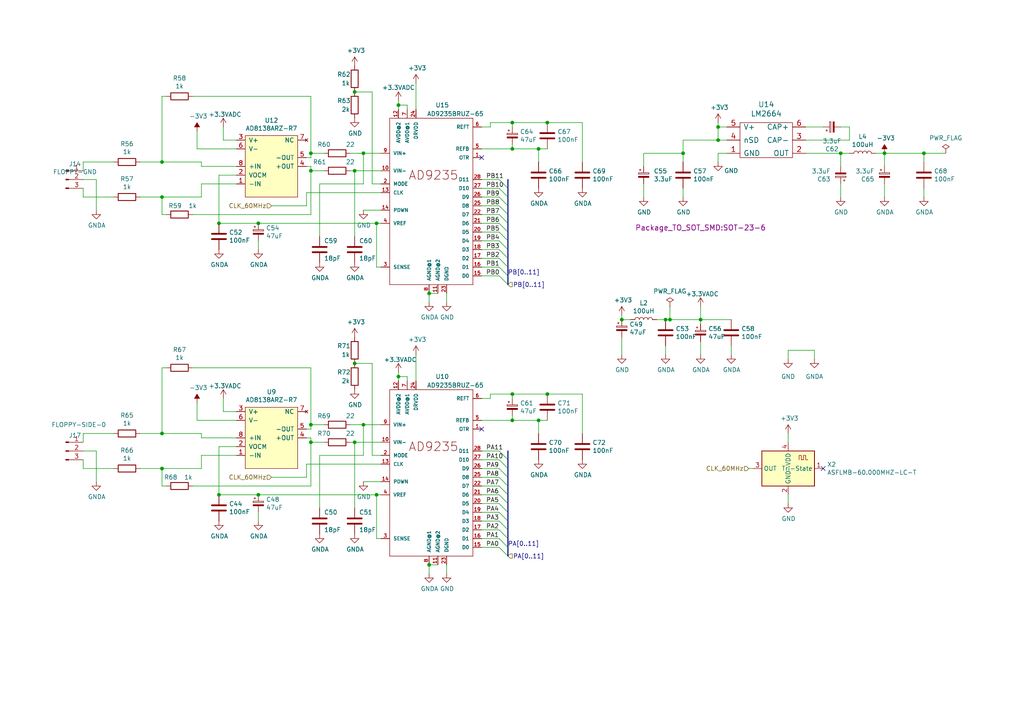
<source format=kicad_sch>
(kicad_sch (version 20211123) (generator eeschema)
  (paper "A4")
  (lib_symbols
    (symbol "AnalogFluxReader-rescue:CP_Small-Device" (pin_numbers hide) (pin_names (offset 0.254) hide)
      (property "Reference" "C" (at 0.254 1.778 0))
      (property "Value" "CP_Small-Device" (at 0.254 -2.032 0))
      (symbol "CP_Small-Device_0_1"
        (rectangle (start -1.524 -0.3048) (end 1.524 -0.6858) (fill (type outline)))
        (rectangle (start -1.524 0.6858) (end 1.524 0.3048))
        (polyline (pts (xy -1.27 1.524) (xy -0.762 1.524)))
        (polyline (pts (xy -1.016 1.27) (xy -1.016 1.778)))
      )
      (symbol "CP_Small-Device_1_1"
        (pin passive line (at 0 2.54 270) (length 1.8542) (name "~") (number "1"))
        (pin passive line (at 0 -2.54 90) (length 1.8542) (name "~") (number "2"))
      )
    )
    (symbol "Connector:Conn_01x03_Male" (pin_names (offset 1.016) hide)
      (property "Reference" "J" (at 0 5.08 0))
      (property "Value" "Conn_01x03_Male" (at 0 -5.08 0))
      (symbol "Conn_01x03_Male_1_1"
        (polyline (pts (xy 1.27 -2.54) (xy 0.8636 -2.54)) (stroke (width 0.1524)))
        (polyline (pts (xy 1.27 0) (xy 0.8636 0)) (stroke (width 0.1524)))
        (polyline (pts (xy 1.27 2.54) (xy 0.8636 2.54)) (stroke (width 0.1524)))
        (rectangle (start 0.8636 -2.413) (end 0 -2.667) (stroke (width 0.1524)) (fill (type outline)))
        (rectangle (start 0.8636 0.127) (end 0 -0.127) (stroke (width 0.1524)) (fill (type outline)))
        (rectangle (start 0.8636 2.667) (end 0 2.413) (stroke (width 0.1524)) (fill (type outline)))
        (pin passive line (at 5.08 2.54 180) (length 3.81) (name "Pin_1") (number "1"))
        (pin passive line (at 5.08 0 180) (length 3.81) (name "Pin_2") (number "2"))
        (pin passive line (at 5.08 -2.54 180) (length 3.81) (name "Pin_3") (number "3"))
      )
    )
    (symbol "Device:C" (pin_numbers hide) (pin_names (offset 0.254))
      (property "Reference" "C" (at 0.635 2.54 0))
      (property "Value" "C" (at 0.635 -2.54 0))
      (symbol "C_0_1"
        (polyline (pts (xy -2.032 -0.762) (xy 2.032 -0.762)) (stroke (width 0.508)))
        (polyline (pts (xy -2.032 0.762) (xy 2.032 0.762)) (stroke (width 0.508)))
      )
      (symbol "C_1_1"
        (pin passive line (at 0 3.81 270) (length 2.794) (name "~") (number "1"))
        (pin passive line (at 0 -3.81 90) (length 2.794) (name "~") (number "2"))
      )
    )
    (symbol "Device:C_Polarized_Small" (pin_numbers hide) (pin_names (offset 0.254) hide)
      (property "Reference" "C" (at 0.254 1.778 0))
      (property "Value" "C_Polarized_Small" (at 0.254 -2.032 0))
      (symbol "C_Polarized_Small_0_1"
        (rectangle (start -1.524 -0.3048) (end 1.524 -0.6858) (fill (type outline)))
        (rectangle (start -1.524 0.6858) (end 1.524 0.3048))
        (polyline (pts (xy -1.27 1.524) (xy -0.762 1.524)))
        (polyline (pts (xy -1.016 1.27) (xy -1.016 1.778)))
      )
      (symbol "C_Polarized_Small_1_1"
        (pin passive line (at 0 2.54 270) (length 1.8542) (name "~") (number "1"))
        (pin passive line (at 0 -2.54 90) (length 1.8542) (name "~") (number "2"))
      )
    )
    (symbol "Device:L" (pin_numbers hide) (pin_names (offset 1.016) hide)
      (property "Reference" "L" (at -1.27 0 90))
      (property "Value" "L" (at 1.905 0 90))
      (symbol "L_0_1"
        (arc (start 0 -2.54) (mid 0.635 -1.905) (end 0 -1.27))
        (arc (start 0 -1.27) (mid 0.635 -0.635) (end 0 0))
        (arc (start 0 0) (mid 0.635 0.635) (end 0 1.27))
        (arc (start 0 1.27) (mid 0.635 1.905) (end 0 2.54))
      )
      (symbol "L_1_1"
        (pin passive line (at 0 3.81 270) (length 1.27) (name "1") (number "1"))
        (pin passive line (at 0 -3.81 90) (length 1.27) (name "2") (number "2"))
      )
    )
    (symbol "Device:R" (pin_numbers hide) (pin_names (offset 0))
      (property "Reference" "R" (at 2.032 0 90))
      (property "Value" "R" (at 0 0 90))
      (symbol "R_0_1"
        (rectangle (start -1.016 -2.54) (end 1.016 2.54) (stroke (width 0.254)))
      )
      (symbol "R_1_1"
        (pin passive line (at 0 3.81 270) (length 1.27) (name "~") (number "1"))
        (pin passive line (at 0 -3.81 90) (length 1.27) (name "~") (number "2"))
      )
    )
    (symbol "Greaseweazle:AD8138-ad8138" (pin_names (offset 1.016))
      (property "Reference" "IC" (at -7.62 10.16 0))
      (property "Value" "AD8138-ad8138" (at -7.62 -10.16 0))
      (symbol "AD8138-ad8138_0_0"
        (pin input line (at -10.16 -5.08 0) (length 2.54) (name "-IN") (number "1"))
        (pin input line (at -10.16 -2.54 0) (length 2.54) (name "VOCM") (number "2"))
        (pin power_in line (at -10.16 7.62 0) (length 2.54) (name "V+") (number "3"))
        (pin output line (at 10.16 0 180) (length 2.54) (name "+OUT") (number "4"))
        (pin output line (at 10.16 2.54 180) (length 2.54) (name "-OUT") (number "5"))
        (pin power_in line (at -10.16 5.08 0) (length 2.54) (name "V-") (number "6"))
        (pin no_connect line (at 10.16 7.62 180) (length 2.54) (name "NC") (number "7"))
        (pin input line (at -10.16 0 0) (length 2.54) (name "+IN") (number "8"))
      )
      (symbol "AD8138-ad8138_0_1"
        (rectangle (start -7.62 8.89) (end 7.62 -8.89) (fill (type background)))
      )
    )
    (symbol "Greaseweazle:AD9235BR-ad9235" (pin_names (offset 1.016))
      (property "Reference" "U" (at 2.54 26.67 0))
      (property "Value" "AD9235BR-ad9235" (at 6.35 24.13 0))
      (symbol "AD9235BR-ad9235_1_0"
        (polyline (pts (xy -12.7 -25.4) (xy -12.7 22.86)))
        (polyline (pts (xy -12.7 22.86) (xy 11.43 22.86)))
        (polyline (pts (xy 11.43 -25.4) (xy -12.7 -25.4)))
        (polyline (pts (xy 11.43 22.86) (xy 11.43 -25.4)))
        (text "AD9235" (at 0 6.35 0) (effects (font (size 2.54 2.54))))
      )
      (symbol "AD9235BR-ad9235_1_1"
        (pin output line (at 13.97 11.43 180) (length 2.54) (name "OTR") (number "1"))
        (pin input line (at -15.24 7.62 0) (length 2.54) (name "VIN-") (number "10"))
        (pin power_in line (at 1.27 -27.94 90) (length 2.54) (name "AGND@2") (number "11"))
        (pin power_in line (at -10.16 25.4 270) (length 2.54) (name "AVDD@2") (number "12"))
        (pin input line (at -15.24 1.27 0) (length 2.54) (name "CLK") (number "13"))
        (pin input line (at -15.24 -3.81 0) (length 2.54) (name "PDWN") (number "14"))
        (pin output line (at 13.97 -22.86 180) (length 2.54) (name "D0") (number "15"))
        (pin output line (at 13.97 -20.32 180) (length 2.54) (name "D1") (number "16"))
        (pin output line (at 13.97 -17.78 180) (length 2.54) (name "D2") (number "17"))
        (pin output line (at 13.97 -15.24 180) (length 2.54) (name "D3") (number "18"))
        (pin output line (at 13.97 -12.7 180) (length 2.54) (name "D4") (number "19"))
        (pin input line (at -15.24 3.81 0) (length 2.54) (name "MODE") (number "2"))
        (pin output line (at 13.97 -10.16 180) (length 2.54) (name "D5") (number "20"))
        (pin output line (at 13.97 -7.62 180) (length 2.54) (name "D6") (number "21"))
        (pin output line (at 13.97 -5.08 180) (length 2.54) (name "D7") (number "22"))
        (pin power_in line (at 3.81 -27.94 90) (length 2.54) (name "DGND") (number "23"))
        (pin power_in line (at -5.08 25.4 270) (length 2.54) (name "DRVDD") (number "24"))
        (pin output line (at 13.97 -2.54 180) (length 2.54) (name "D8") (number "25"))
        (pin output line (at 13.97 0 180) (length 2.54) (name "D9") (number "26"))
        (pin output line (at 13.97 2.54 180) (length 2.54) (name "D10") (number "27"))
        (pin output line (at 13.97 5.08 180) (length 2.54) (name "D11") (number "28"))
        (pin input line (at -15.24 -20.32 0) (length 2.54) (name "SENSE") (number "3"))
        (pin input line (at -15.24 -7.62 0) (length 2.54) (name "VREF") (number "4"))
        (pin output line (at 13.97 13.97 180) (length 2.54) (name "REFB") (number "5"))
        (pin output line (at 13.97 20.32 180) (length 2.54) (name "REFT") (number "6"))
        (pin power_in line (at -7.62 25.4 270) (length 2.54) (name "AVDD@1") (number "7"))
        (pin power_in line (at -1.27 -27.94 90) (length 2.54) (name "AGND@1") (number "8"))
        (pin input line (at -15.24 12.7 0) (length 2.54) (name "VIN+") (number "9"))
      )
    )
    (symbol "Greaseweazle:CP_Small-Device" (pin_numbers hide) (pin_names (offset 0.254) hide)
      (property "Reference" "C" (at 0.254 1.778 0))
      (property "Value" "CP_Small-Device" (at 0.254 -2.032 0))
      (symbol "CP_Small-Device_0_1"
        (rectangle (start -1.524 -0.3048) (end 1.524 -0.6858) (fill (type outline)))
        (rectangle (start -1.524 0.6858) (end 1.524 0.3048))
        (polyline (pts (xy -1.27 1.524) (xy -0.762 1.524)))
        (polyline (pts (xy -1.016 1.27) (xy -1.016 1.778)))
      )
      (symbol "CP_Small-Device_1_1"
        (pin passive line (at 0 2.54 270) (length 1.8542) (name "~") (number "1"))
        (pin passive line (at 0 -2.54 90) (length 1.8542) (name "~") (number "2"))
      )
    )
    (symbol "Greaseweazle:LM2664-tinkerforge" (pin_names (offset 1.016))
      (property "Reference" "U" (at -6.35 6.35 0))
      (property "Value" "LM2664-tinkerforge" (at 0 -6.35 0))
      (symbol "LM2664-tinkerforge_0_1"
        (rectangle (start -7.62 5.08) (end 7.62 -5.08))
      )
      (symbol "LM2664-tinkerforge_1_1"
        (pin input line (at -11.43 -3.81 0) (length 3.81) (name "GND") (number "1"))
        (pin input line (at 11.43 -3.81 180) (length 3.81) (name "OUT") (number "2"))
        (pin input line (at 11.43 0 180) (length 3.81) (name "CAP-") (number "3"))
        (pin input line (at -11.43 0 0) (length 3.81) (name "nSD") (number "4"))
        (pin input line (at -11.43 3.81 0) (length 3.81) (name "V+") (number "5"))
        (pin input line (at 11.43 3.81 180) (length 3.81) (name "CAP+") (number "6"))
      )
    )
    (symbol "Oscillator:ASCO"
      (property "Reference" "X" (at -7.62 6.35 0))
      (property "Value" "ASCO" (at 1.27 -6.35 0))
      (symbol "ASCO_0_1"
        (rectangle (start -7.62 5.08) (end 7.62 -5.08) (stroke (width 0.254)) (fill (type background)))
        (polyline (pts (xy -5.715 2.54) (xy -5.08 2.54) (xy -5.08 3.81) (xy -4.445 3.81) (xy -4.445 2.54) (xy -3.81 2.54) (xy -3.81 3.81) (xy -3.175 3.81) (xy -3.175 2.54)))
      )
      (symbol "ASCO_1_1"
        (pin input line (at -10.16 0 0) (length 2.54) (name "Tri-State") (number "1"))
        (pin power_in line (at 0 -7.62 90) (length 2.54) (name "GND") (number "2"))
        (pin output line (at 10.16 0 180) (length 2.54) (name "OUT") (number "3"))
        (pin power_in line (at 0 7.62 270) (length 2.54) (name "VDD") (number "4"))
      )
    )
    (symbol "power:+3.3VADC" (power) (pin_names (offset 0))
      (property "Value" "+3.3VADC" (at 0 2.54 0))
      (symbol "+3.3VADC_0_0"
        (pin power_in line (at 0 0 90) (length 0) hide (name "+3.3VADC") (number "1"))
      )
      (symbol "+3.3VADC_0_1"
        (polyline (pts (xy -0.762 1.27) (xy 0 2.54)))
        (polyline (pts (xy 0 0) (xy 0 2.54)))
        (polyline (pts (xy 0 2.54) (xy 0.762 1.27)))
      )
    )
    (symbol "power:+3V3" (power) (pin_names (offset 0))
      (property "Value" "+3V3" (at 0 3.556 0))
      (symbol "+3V3_0_1"
        (polyline (pts (xy -0.762 1.27) (xy 0 2.54)))
        (polyline (pts (xy 0 0) (xy 0 2.54)))
        (polyline (pts (xy 0 2.54) (xy 0.762 1.27)))
      )
      (symbol "+3V3_1_1"
        (pin power_in line (at 0 0 90) (length 0) hide (name "+3V3") (number "1"))
      )
    )
    (symbol "power:-3V3" (power) (pin_names (offset 0))
      (property "Value" "-3V3" (at 0 3.81 0))
      (symbol "-3V3_0_0"
        (pin power_in line (at 0 0 90) (length 0) hide (name "-3V3") (number "1"))
      )
      (symbol "-3V3_0_1"
        (polyline (pts (xy 0 0) (xy 0 1.27) (xy 0.762 1.27) (xy 0 2.54) (xy -0.762 1.27) (xy 0 1.27)) (fill (type outline)))
      )
    )
    (symbol "power:GND" (power) (pin_names (offset 0))
      (property "Value" "GND" (at 0 -3.81 0))
      (symbol "GND_0_1"
        (polyline (pts (xy 0 0) (xy 0 -1.27) (xy 1.27 -1.27) (xy 0 -2.54) (xy -1.27 -1.27) (xy 0 -1.27)))
      )
      (symbol "GND_1_1"
        (pin power_in line (at 0 0 270) (length 0) hide (name "GND") (number "1"))
      )
    )
    (symbol "power:GNDA" (power) (pin_names (offset 0))
      (property "Value" "GNDA" (at 0 -3.81 0))
      (symbol "GNDA_0_1"
        (polyline (pts (xy 0 0) (xy 0 -1.27) (xy 1.27 -1.27) (xy 0 -2.54) (xy -1.27 -1.27) (xy 0 -1.27)))
      )
      (symbol "GNDA_1_1"
        (pin power_in line (at 0 0 270) (length 0) hide (name "GNDA") (number "1"))
      )
    )
    (symbol "power:PWR_FLAG" (power) (pin_numbers hide) (pin_names (offset 0) hide)
      (property "Value" "PWR_FLAG" (at 0 3.81 0))
      (symbol "PWR_FLAG_0_0"
        (pin power_out line (at 0 0 90) (length 0) (name "pwr") (number "1"))
      )
      (symbol "PWR_FLAG_0_1"
        (polyline (pts (xy 0 0) (xy 0 1.27) (xy -1.016 1.905) (xy 0 2.54) (xy 1.016 1.905) (xy 0 1.27)))
      )
    )
  )
  (junction (at 158.75 35.56))
  (junction (at 158.75 114.3))
  (junction (at 74.93 143.51))
  (junction (at 105.41 44.45))
  (junction (at 63.5 143.51))
  (junction (at 109.22 143.51))
  (junction (at 256.54 44.45))
  (junction (at 90.17 44.45))
  (junction (at 156.21 121.92))
  (junction (at 208.28 36.83))
  (junction (at 156.21 43.18))
  (junction (at 267.97 44.45))
  (junction (at 90.17 123.19))
  (junction (at 74.93 64.77))
  (junction (at 90.17 128.27))
  (junction (at 46.99 57.15))
  (junction (at 105.41 123.19))
  (junction (at 148.59 114.3))
  (junction (at 124.46 163.83))
  (junction (at 148.59 43.18))
  (junction (at 124.46 85.09))
  (junction (at 102.87 105.41))
  (junction (at 243.84 44.45))
  (junction (at 102.87 49.53))
  (junction (at 46.99 46.99))
  (junction (at 193.04 92.71))
  (junction (at 148.59 35.56))
  (junction (at 115.57 30.48))
  (junction (at 102.87 26.67))
  (junction (at 208.28 40.64))
  (junction (at 46.99 125.73))
  (junction (at 203.2 92.71))
  (junction (at 198.12 44.45))
  (junction (at 102.87 128.27))
  (junction (at 109.22 64.77))
  (junction (at 194.31 92.71))
  (junction (at 148.59 121.92))
  (junction (at 115.57 109.22))
  (junction (at 46.99 135.89))
  (junction (at 63.5 64.77))
  (junction (at 90.17 49.53))
  (junction (at 180.34 92.71))
  (no_connect (at 238.76 135.89))
  (no_connect (at 139.7 45.72))
  (no_connect (at 139.7 124.46))
  (bus_entry (at 144.78 77.47) (size 2.54 2.54))
  (bus_entry (at 144.78 62.23) (size 2.54 2.54))
  (bus_entry (at 144.78 74.93) (size 2.54 2.54))
  (bus_entry (at 144.78 138.43) (size 2.54 2.54))
  (bus_entry (at 144.78 140.97) (size 2.54 2.54))
  (bus_entry (at 144.78 143.51) (size 2.54 2.54))
  (bus_entry (at 144.78 151.13) (size 2.54 2.54))
  (bus_entry (at 144.78 153.67) (size 2.54 2.54))
  (bus_entry (at 144.78 156.21) (size 2.54 2.54))
  (bus_entry (at 144.78 158.75) (size 2.54 2.54))
  (bus_entry (at 144.78 130.81) (size 2.54 2.54))
  (bus_entry (at 144.78 133.35) (size 2.54 2.54))
  (bus_entry (at 144.78 135.89) (size 2.54 2.54))
  (bus_entry (at 144.78 148.59) (size 2.54 2.54))
  (bus_entry (at 144.78 146.05) (size 2.54 2.54))
  (bus_entry (at 144.78 67.31) (size 2.54 2.54))
  (bus_entry (at 144.78 80.01) (size 2.54 2.54))
  (bus_entry (at 144.78 52.07) (size 2.54 2.54))
  (bus_entry (at 144.78 54.61) (size 2.54 2.54))
  (bus_entry (at 144.78 64.77) (size 2.54 2.54))
  (bus_entry (at 144.78 72.39) (size 2.54 2.54))
  (bus_entry (at 144.78 57.15) (size 2.54 2.54))
  (bus_entry (at 144.78 59.69) (size 2.54 2.54))
  (bus_entry (at 144.78 69.85) (size 2.54 2.54))
  (wire (pts (xy 107.95 26.67) (xy 107.95 53.34)))
  (wire (pts (xy 105.41 139.7) (xy 110.49 139.7)))
  (wire (pts (xy 120.65 31.75) (xy 120.65 24.13)))
  (wire (pts (xy 68.58 43.18) (xy 57.15 43.18)))
  (wire (pts (xy 148.59 121.92) (xy 156.21 121.92)))
  (wire (pts (xy 93.98 128.27) (xy 90.17 128.27)))
  (wire (pts (xy 46.99 27.94) (xy 48.26 27.94)))
  (wire (pts (xy 243.84 53.34) (xy 243.84 57.15)))
  (wire (pts (xy 203.2 92.71) (xy 203.2 88.9)))
  (wire (pts (xy 64.77 40.64) (xy 64.77 36.83)))
  (wire (pts (xy 139.7 43.18) (xy 148.59 43.18)))
  (wire (pts (xy 274.32 44.45) (xy 267.97 44.45)))
  (wire (pts (xy 105.41 123.19) (xy 110.49 123.19)))
  (wire (pts (xy 208.28 36.83) (xy 208.28 35.56)))
  (wire (pts (xy 55.88 62.23) (xy 90.17 62.23)))
  (wire (pts (xy 120.65 110.49) (xy 120.65 102.87)))
  (wire (pts (xy 90.17 106.68) (xy 55.88 106.68)))
  (wire (pts (xy 148.59 35.56) (xy 158.75 35.56)))
  (wire (pts (xy 115.57 110.49) (xy 115.57 109.22)))
  (wire (pts (xy 158.75 35.56) (xy 168.91 35.56)))
  (wire (pts (xy 105.41 132.08) (xy 105.41 123.19)))
  (wire (pts (xy 90.17 45.72) (xy 90.17 44.45)))
  (bus (pts (xy 147.32 64.77) (xy 147.32 67.31)))
  (wire (pts (xy 109.22 64.77) (xy 110.49 64.77)))
  (bus (pts (xy 147.32 130.81) (xy 147.32 133.35)))
  (wire (pts (xy 105.41 60.96) (xy 110.49 60.96)))
  (wire (pts (xy 243.84 36.83) (xy 246.38 36.83)))
  (wire (pts (xy 74.93 151.13) (xy 74.93 148.59)))
  (wire (pts (xy 148.59 43.18) (xy 156.21 43.18)))
  (wire (pts (xy 63.5 143.51) (xy 74.93 143.51)))
  (wire (pts (xy 105.41 44.45) (xy 101.6 44.45)))
  (wire (pts (xy 63.5 50.8) (xy 68.58 50.8)))
  (wire (pts (xy 127 85.09) (xy 124.46 85.09)))
  (wire (pts (xy 139.7 135.89) (xy 144.78 135.89)))
  (wire (pts (xy 139.7 69.85) (xy 144.78 69.85)))
  (wire (pts (xy 102.87 147.32) (xy 102.87 128.27)))
  (wire (pts (xy 233.68 36.83) (xy 238.76 36.83)))
  (wire (pts (xy 139.7 138.43) (xy 144.78 138.43)))
  (wire (pts (xy 74.93 143.51) (xy 109.22 143.51)))
  (wire (pts (xy 74.93 72.39) (xy 74.93 69.85)))
  (wire (pts (xy 168.91 35.56) (xy 168.91 46.99)))
  (wire (pts (xy 180.34 92.71) (xy 182.88 92.71)))
  (wire (pts (xy 63.5 143.51) (xy 63.5 129.54)))
  (wire (pts (xy 124.46 87.63) (xy 124.46 85.09)))
  (wire (pts (xy 203.2 93.98) (xy 203.2 92.71)))
  (wire (pts (xy 46.99 140.97) (xy 46.99 135.89)))
  (wire (pts (xy 124.46 166.37) (xy 124.46 163.83)))
  (wire (pts (xy 90.17 123.19) (xy 90.17 106.68)))
  (wire (pts (xy 243.84 44.45) (xy 246.38 44.45)))
  (wire (pts (xy 88.9 134.62) (xy 110.49 134.62)))
  (wire (pts (xy 63.5 64.77) (xy 63.5 50.8)))
  (wire (pts (xy 63.5 129.54) (xy 68.58 129.54)))
  (bus (pts (xy 147.32 135.89) (xy 147.32 138.43)))
  (wire (pts (xy 139.7 54.61) (xy 144.78 54.61)))
  (wire (pts (xy 210.82 36.83) (xy 208.28 36.83)))
  (wire (pts (xy 208.28 44.45) (xy 210.82 44.45)))
  (wire (pts (xy 40.64 46.99) (xy 46.99 46.99)))
  (wire (pts (xy 102.87 128.27) (xy 110.49 128.27)))
  (wire (pts (xy 148.59 36.83) (xy 148.59 35.56)))
  (wire (pts (xy 139.7 151.13) (xy 144.78 151.13)))
  (wire (pts (xy 193.04 102.87) (xy 193.04 100.33)))
  (bus (pts (xy 147.32 67.31) (xy 147.32 69.85)))
  (wire (pts (xy 68.58 119.38) (xy 64.77 119.38)))
  (wire (pts (xy 109.22 143.51) (xy 110.49 143.51)))
  (wire (pts (xy 90.17 124.46) (xy 90.17 123.19)))
  (wire (pts (xy 203.2 99.06) (xy 203.2 102.87)))
  (wire (pts (xy 142.24 35.56) (xy 148.59 35.56)))
  (wire (pts (xy 109.22 143.51) (xy 109.22 156.21)))
  (wire (pts (xy 90.17 49.53) (xy 90.17 48.26)))
  (bus (pts (xy 147.32 72.39) (xy 147.32 74.93)))
  (wire (pts (xy 193.04 92.71) (xy 194.31 92.71)))
  (bus (pts (xy 147.32 52.07) (xy 147.32 54.61)))
  (wire (pts (xy 156.21 125.73) (xy 156.21 121.92)))
  (wire (pts (xy 105.41 44.45) (xy 110.49 44.45)))
  (wire (pts (xy 148.59 115.57) (xy 148.59 114.3)))
  (bus (pts (xy 147.32 80.01) (xy 147.32 82.55)))
  (wire (pts (xy 24.13 125.73) (xy 24.13 128.27)))
  (bus (pts (xy 147.32 158.75) (xy 147.32 161.29)))
  (wire (pts (xy 90.17 44.45) (xy 90.17 27.94)))
  (wire (pts (xy 92.71 53.34) (xy 105.41 53.34)))
  (wire (pts (xy 107.95 105.41) (xy 107.95 132.08)))
  (wire (pts (xy 102.87 49.53) (xy 101.6 49.53)))
  (wire (pts (xy 63.5 64.77) (xy 74.93 64.77)))
  (wire (pts (xy 78.74 138.43) (xy 88.9 138.43)))
  (wire (pts (xy 256.54 53.34) (xy 256.54 57.15)))
  (wire (pts (xy 24.13 46.99) (xy 24.13 49.53)))
  (wire (pts (xy 256.54 44.45) (xy 256.54 48.26)))
  (wire (pts (xy 139.7 133.35) (xy 144.78 133.35)))
  (wire (pts (xy 102.87 105.41) (xy 107.95 105.41)))
  (wire (pts (xy 58.42 57.15) (xy 46.99 57.15)))
  (wire (pts (xy 180.34 97.79) (xy 180.34 102.87)))
  (wire (pts (xy 139.7 121.92) (xy 148.59 121.92)))
  (wire (pts (xy 139.7 148.59) (xy 144.78 148.59)))
  (wire (pts (xy 186.69 44.45) (xy 186.69 48.26)))
  (wire (pts (xy 156.21 121.92) (xy 158.75 121.92)))
  (wire (pts (xy 88.9 45.72) (xy 90.17 45.72)))
  (wire (pts (xy 109.22 77.47) (xy 110.49 77.47)))
  (wire (pts (xy 24.13 54.61) (xy 24.13 57.15)))
  (wire (pts (xy 267.97 44.45) (xy 256.54 44.45)))
  (bus (pts (xy 147.32 59.69) (xy 147.32 62.23)))
  (wire (pts (xy 90.17 127) (xy 88.9 127)))
  (wire (pts (xy 68.58 40.64) (xy 64.77 40.64)))
  (wire (pts (xy 68.58 121.92) (xy 57.15 121.92)))
  (wire (pts (xy 92.71 132.08) (xy 105.41 132.08)))
  (wire (pts (xy 55.88 140.97) (xy 90.17 140.97)))
  (wire (pts (xy 210.82 40.64) (xy 208.28 40.64)))
  (wire (pts (xy 46.99 125.73) (xy 58.42 125.73)))
  (wire (pts (xy 186.69 44.45) (xy 198.12 44.45)))
  (wire (pts (xy 139.7 57.15) (xy 144.78 57.15)))
  (wire (pts (xy 243.84 44.45) (xy 243.84 48.26)))
  (wire (pts (xy 217.17 135.89) (xy 218.44 135.89)))
  (wire (pts (xy 58.42 127) (xy 68.58 127)))
  (bus (pts (xy 147.32 133.35) (xy 147.32 135.89)))
  (wire (pts (xy 48.26 140.97) (xy 46.99 140.97)))
  (wire (pts (xy 186.69 53.34) (xy 186.69 57.15)))
  (wire (pts (xy 228.6 104.14) (xy 228.6 101.6)))
  (wire (pts (xy 246.38 40.64) (xy 233.68 40.64)))
  (wire (pts (xy 127 163.83) (xy 124.46 163.83)))
  (wire (pts (xy 198.12 46.99) (xy 198.12 44.45)))
  (wire (pts (xy 115.57 30.48) (xy 115.57 29.21)))
  (bus (pts (xy 147.32 140.97) (xy 147.32 143.51)))
  (wire (pts (xy 46.99 106.68) (xy 48.26 106.68)))
  (wire (pts (xy 180.34 91.44) (xy 180.34 92.71)))
  (wire (pts (xy 198.12 44.45) (xy 198.12 40.64)))
  (bus (pts (xy 147.32 54.61) (xy 147.32 57.15)))
  (wire (pts (xy 90.17 140.97) (xy 90.17 128.27)))
  (wire (pts (xy 58.42 48.26) (xy 68.58 48.26)))
  (wire (pts (xy 129.54 87.63) (xy 129.54 85.09)))
  (wire (pts (xy 212.09 100.33) (xy 212.09 102.87)))
  (wire (pts (xy 243.84 44.45) (xy 233.68 44.45)))
  (wire (pts (xy 139.7 146.05) (xy 144.78 146.05)))
  (wire (pts (xy 57.15 43.18) (xy 57.15 38.1)))
  (wire (pts (xy 90.17 48.26) (xy 88.9 48.26)))
  (wire (pts (xy 68.58 132.08) (xy 58.42 132.08)))
  (bus (pts (xy 147.32 156.21) (xy 147.32 158.75)))
  (wire (pts (xy 58.42 125.73) (xy 58.42 127)))
  (wire (pts (xy 139.7 74.93) (xy 144.78 74.93)))
  (wire (pts (xy 208.28 46.99) (xy 208.28 44.45)))
  (bus (pts (xy 147.32 74.93) (xy 147.32 77.47)))
  (wire (pts (xy 46.99 46.99) (xy 46.99 27.94)))
  (wire (pts (xy 139.7 130.81) (xy 144.78 130.81)))
  (wire (pts (xy 139.7 143.51) (xy 144.78 143.51)))
  (wire (pts (xy 129.54 166.37) (xy 129.54 163.83)))
  (wire (pts (xy 78.74 59.69) (xy 88.9 59.69)))
  (wire (pts (xy 68.58 53.34) (xy 58.42 53.34)))
  (wire (pts (xy 115.57 31.75) (xy 115.57 30.48)))
  (wire (pts (xy 105.41 123.19) (xy 101.6 123.19)))
  (wire (pts (xy 48.26 62.23) (xy 46.99 62.23)))
  (wire (pts (xy 156.21 46.99) (xy 156.21 43.18)))
  (bus (pts (xy 147.32 77.47) (xy 147.32 80.01)))
  (wire (pts (xy 198.12 40.64) (xy 208.28 40.64)))
  (wire (pts (xy 148.59 120.65) (xy 148.59 121.92)))
  (wire (pts (xy 107.95 53.34) (xy 110.49 53.34)))
  (wire (pts (xy 142.24 114.3) (xy 148.59 114.3)))
  (wire (pts (xy 88.9 55.88) (xy 110.49 55.88)))
  (wire (pts (xy 88.9 59.69) (xy 88.9 55.88)))
  (wire (pts (xy 203.2 92.71) (xy 212.09 92.71)))
  (wire (pts (xy 102.87 26.67) (xy 107.95 26.67)))
  (wire (pts (xy 118.11 31.75) (xy 118.11 30.48)))
  (wire (pts (xy 142.24 36.83) (xy 142.24 35.56)))
  (wire (pts (xy 198.12 57.15) (xy 198.12 54.61)))
  (wire (pts (xy 93.98 44.45) (xy 90.17 44.45)))
  (bus (pts (xy 147.32 57.15) (xy 147.32 59.69)))
  (bus (pts (xy 147.32 143.51) (xy 147.32 146.05)))
  (wire (pts (xy 88.9 124.46) (xy 90.17 124.46)))
  (wire (pts (xy 139.7 64.77) (xy 144.78 64.77)))
  (wire (pts (xy 27.94 52.07) (xy 24.13 52.07)))
  (wire (pts (xy 105.41 53.34) (xy 105.41 44.45)))
  (wire (pts (xy 102.87 49.53) (xy 110.49 49.53)))
  (wire (pts (xy 267.97 46.99) (xy 267.97 44.45)))
  (wire (pts (xy 246.38 36.83) (xy 246.38 40.64)))
  (wire (pts (xy 228.6 143.51) (xy 228.6 146.05)))
  (wire (pts (xy 168.91 114.3) (xy 168.91 125.73)))
  (wire (pts (xy 24.13 46.99) (xy 33.02 46.99)))
  (wire (pts (xy 33.02 57.15) (xy 24.13 57.15)))
  (wire (pts (xy 46.99 62.23) (xy 46.99 57.15)))
  (wire (pts (xy 115.57 109.22) (xy 115.57 107.95)))
  (wire (pts (xy 92.71 68.58) (xy 92.71 53.34)))
  (wire (pts (xy 139.7 156.21) (xy 144.78 156.21)))
  (wire (pts (xy 267.97 57.15) (xy 267.97 54.61)))
  (wire (pts (xy 93.98 123.19) (xy 90.17 123.19)))
  (wire (pts (xy 142.24 115.57) (xy 142.24 114.3)))
  (wire (pts (xy 46.99 46.99) (xy 58.42 46.99)))
  (wire (pts (xy 118.11 109.22) (xy 115.57 109.22)))
  (wire (pts (xy 139.7 36.83) (xy 142.24 36.83)))
  (wire (pts (xy 33.02 135.89) (xy 24.13 135.89)))
  (wire (pts (xy 64.77 119.38) (xy 64.77 115.57)))
  (wire (pts (xy 88.9 138.43) (xy 88.9 134.62)))
  (wire (pts (xy 40.64 125.73) (xy 46.99 125.73)))
  (wire (pts (xy 58.42 132.08) (xy 58.42 135.89)))
  (wire (pts (xy 109.22 64.77) (xy 109.22 77.47)))
  (wire (pts (xy 46.99 57.15) (xy 40.64 57.15)))
  (wire (pts (xy 58.42 135.89) (xy 46.99 135.89)))
  (bus (pts (xy 147.32 146.05) (xy 147.32 148.59)))
  (wire (pts (xy 27.94 139.7) (xy 27.94 130.81)))
  (wire (pts (xy 102.87 128.27) (xy 101.6 128.27)))
  (wire (pts (xy 139.7 77.47) (xy 144.78 77.47)))
  (bus (pts (xy 147.32 62.23) (xy 147.32 64.77)))
  (wire (pts (xy 27.94 60.96) (xy 27.94 52.07)))
  (wire (pts (xy 139.7 80.01) (xy 144.78 80.01)))
  (wire (pts (xy 139.7 140.97) (xy 144.78 140.97)))
  (wire (pts (xy 58.42 46.99) (xy 58.42 48.26)))
  (bus (pts (xy 147.32 148.59) (xy 147.32 151.13)))
  (wire (pts (xy 46.99 125.73) (xy 46.99 106.68)))
  (wire (pts (xy 90.17 128.27) (xy 90.17 127)))
  (wire (pts (xy 46.99 135.89) (xy 40.64 135.89)))
  (wire (pts (xy 102.87 68.58) (xy 102.87 49.53)))
  (wire (pts (xy 156.21 43.18) (xy 158.75 43.18)))
  (wire (pts (xy 256.54 44.45) (xy 254 44.45)))
  (wire (pts (xy 228.6 101.6) (xy 236.22 101.6)))
  (bus (pts (xy 147.32 69.85) (xy 147.32 72.39)))
  (wire (pts (xy 236.22 101.6) (xy 236.22 104.14)))
  (wire (pts (xy 118.11 30.48) (xy 115.57 30.48)))
  (wire (pts (xy 139.7 67.31) (xy 144.78 67.31)))
  (wire (pts (xy 109.22 156.21) (xy 110.49 156.21)))
  (wire (pts (xy 92.71 147.32) (xy 92.71 132.08)))
  (wire (pts (xy 228.6 125.73) (xy 228.6 128.27)))
  (wire (pts (xy 118.11 110.49) (xy 118.11 109.22)))
  (wire (pts (xy 58.42 53.34) (xy 58.42 57.15)))
  (bus (pts (xy 147.32 153.67) (xy 147.32 156.21)))
  (wire (pts (xy 139.7 153.67) (xy 144.78 153.67)))
  (wire (pts (xy 57.15 121.92) (xy 57.15 116.84)))
  (wire (pts (xy 139.7 59.69) (xy 144.78 59.69)))
  (wire (pts (xy 139.7 62.23) (xy 144.78 62.23)))
  (wire (pts (xy 74.93 64.77) (xy 109.22 64.77)))
  (wire (pts (xy 148.59 114.3) (xy 158.75 114.3)))
  (wire (pts (xy 148.59 41.91) (xy 148.59 43.18)))
  (wire (pts (xy 208.28 40.64) (xy 208.28 36.83)))
  (wire (pts (xy 194.31 92.71) (xy 203.2 92.71)))
  (wire (pts (xy 24.13 125.73) (xy 33.02 125.73)))
  (bus (pts (xy 147.32 151.13) (xy 147.32 153.67)))
  (wire (pts (xy 107.95 132.08) (xy 110.49 132.08)))
  (wire (pts (xy 139.7 115.57) (xy 142.24 115.57)))
  (bus (pts (xy 147.32 138.43) (xy 147.32 140.97)))
  (wire (pts (xy 24.13 133.35) (xy 24.13 135.89)))
  (wire (pts (xy 190.5 92.71) (xy 193.04 92.71)))
  (wire (pts (xy 194.31 88.9) (xy 194.31 92.71)))
  (wire (pts (xy 90.17 62.23) (xy 90.17 49.53)))
  (wire (pts (xy 158.75 114.3) (xy 168.91 114.3)))
  (wire (pts (xy 139.7 52.07) (xy 144.78 52.07)))
  (wire (pts (xy 90.17 27.94) (xy 55.88 27.94)))
  (wire (pts (xy 27.94 130.81) (xy 24.13 130.81)))
  (wire (pts (xy 139.7 158.75) (xy 144.78 158.75)))
  (wire (pts (xy 93.98 49.53) (xy 90.17 49.53)))
  (wire (pts (xy 139.7 72.39) (xy 144.78 72.39)))
  (label "PA7" (at 140.97 140.97 0))
  (label "PA4" (at 140.97 148.59 0))
  (label "PA2" (at 140.97 153.67 0))
  (label "PB7" (at 140.97 62.23 0))
  (label "PB1" (at 140.97 77.47 0))
  (label "PA11" (at 140.97 130.81 0))
  (label "PB11" (at 140.97 52.07 0))
  (label "PB0" (at 140.97 80.01 0))
  (label "PB8" (at 140.97 59.69 0))
  (label "PA5" (at 140.97 146.05 0))
  (label "PB10" (at 140.97 54.61 0))
  (label "PA10" (at 140.97 133.35 0))
  (label "PB5" (at 140.97 67.31 0))
  (label "PB[0..11]" (at 147.32 80.01 0))
  (label "PA3" (at 140.97 151.13 0))
  (label "PA8" (at 140.97 138.43 0))
  (label "PB2" (at 140.97 74.93 0))
  (label "PB3" (at 140.97 72.39 0))
  (label "PA0" (at 140.97 158.75 0))
  (label "PA9" (at 140.97 135.89 0))
  (label "PB9" (at 140.97 57.15 0))
  (label "PB4" (at 140.97 69.85 0))
  (label "PA1" (at 140.97 156.21 0))
  (label "PB6" (at 140.97 64.77 0))
  (label "PA[0..11]" (at 147.32 158.75 0))
  (label "PA6" (at 140.97 143.51 0))
  (hierarchical_label "CLK_60MHz" (shape input) (at 78.74 59.69 180))
  (hierarchical_label "CLK_60MHz" (shape input) (at 78.74 138.43 180))
  (hierarchical_label "PA[0..11]" (shape input) (at 147.32 161.29 0))
  (hierarchical_label "PB[0..11]" (shape input) (at 147.32 82.55 0))
  (hierarchical_label "CLK_60MHz" (shape input) (at 217.17 135.89 180))
  (symbol (lib_id "power:+3.3VADC") (at 115.57 107.95 0) (unit 1)
    (property "Reference" "#PWR0210" (effects hide))
    (property "Value" "+3.3VADC" (at 116.078 104.3178 0))
  )
  (symbol (lib_id "Device:R") (at 97.79 44.45 270) (unit 1)
    (property "Reference" "R60" (at 93.98 41.91 90))
    (property "Value" "22" (at 101.6 41.91 90))
    (property "Footprint" "Resistor_SMD:R_0402_1005Metric" (effects hide))
    (property "LCSC" "C25092" (effects hide))
  )
  (symbol (lib_id "power:GND") (at 105.41 60.96 0) (unit 1)
    (property "Reference" "#PWR0237" (effects hide))
    (property "Value" "GND" (at 105.537 65.3542 0))
  )
  (symbol (lib_id "Device:C") (at 63.5 147.32 180) (unit 1)
    (property "Reference" "C44" (at 66.421 146.1516 0) (effects (justify right)))
    (property "Value" "100nF" (at 66.421 148.463 0) (effects (justify right)))
    (property "Footprint" "Capacitor_SMD:C_0402_1005Metric" (effects hide))
    (property "LCSC" "C1525" (effects hide))
  )
  (symbol (lib_id "Device:L") (at 186.69 92.71 90) (unit 1)
    (property "Reference" "L2" (at 186.69 87.884 90))
    (property "Value" "100uH" (at 186.69 90.1954 90))
    (property "Footprint" "Greaseweazle:L_6.3x6.3_H3" (effects hide))
    (property "LCSC" "C434839" (effects hide))
  )
  (symbol (lib_id "power:GNDA") (at 74.93 151.13 0) (unit 1)
    (property "Reference" "#PWR0195" (effects hide))
    (property "Value" "GNDA" (at 75.057 155.5242 0))
  )
  (symbol (lib_id "Greaseweazle:CP_Small-Device") (at 148.59 118.11 0) (unit 1)
    (property "Reference" "C61" (at 150.8252 116.9416 0) (effects (justify left)))
    (property "Value" "47uF" (at 150.8252 119.253 0) (effects (justify left)))
    (property "Footprint" "Capacitor_SMD:C_0603_1608Metric" (effects hide))
    (property "LCSC" "C140782" (effects hide))
  )
  (symbol (lib_id "power:GNDA") (at 102.87 76.2 0) (unit 1)
    (property "Reference" "#PWR0243" (effects hide))
    (property "Value" "GNDA" (at 102.997 80.5942 0))
  )
  (symbol (lib_id "Device:C_Polarized_Small") (at 243.84 50.8 180) (unit 1)
    (property "Reference" "C63" (at 240.919 51.9684 0) (effects (justify left)))
    (property "Value" "3.3uF" (at 240.919 49.657 0) (effects (justify left)))
    (property "Footprint" "Capacitor_SMD:CP_Elec_4x5.4" (effects hide))
    (property "LCSC" "C87864" (effects hide))
  )
  (symbol (lib_id "power:GNDA") (at 124.46 166.37 0) (unit 1)
    (property "Reference" "#PWR0212" (effects hide))
    (property "Value" "GNDA" (at 124.587 170.7642 0))
  )
  (symbol (lib_id "power:GND") (at 186.69 57.15 0) (unit 1)
    (property "Reference" "#PWR0192" (effects hide))
    (property "Value" "GND" (at 186.817 61.5442 0))
  )
  (symbol (lib_id "Device:R") (at 52.07 106.68 270) (unit 1)
    (property "Reference" "R67" (at 52.07 101.4222 90))
    (property "Value" "1k" (at 52.07 103.7336 90))
    (property "Footprint" "Resistor_THT:R_Axial_DIN0207_L6.3mm_D2.5mm_P7.62mm_Horizontal" (effects hide))
    (property "LCSC" "C11702" (effects hide))
  )
  (symbol (lib_id "power:PWR_FLAG") (at 274.32 44.45 0) (unit 1)
    (property "Reference" "#FLG0102" (effects hide))
    (property "Value" "PWR_FLAG" (at 274.32 40.0304 0))
  )
  (symbol (lib_id "power:GNDA") (at 27.94 139.7 0) (unit 1)
    (property "Reference" "#PWR0205" (effects hide))
    (property "Value" "GNDA" (at 28.067 144.0942 0))
  )
  (symbol (lib_id "power:GNDA") (at 27.94 60.96 0) (unit 1)
    (property "Reference" "#PWR0247" (effects hide))
    (property "Value" "GNDA" (at 28.067 65.3542 0))
  )
  (symbol (lib_id "Device:C_Polarized_Small") (at 186.69 50.8 0) (unit 1)
    (property "Reference" "C55" (at 189.611 49.6316 0) (effects (justify left)))
    (property "Value" "3.3uF" (at 189.611 51.943 0) (effects (justify left)))
    (property "Footprint" "Capacitor_SMD:CP_Elec_4x5.4" (effects hide))
    (property "LCSC" "C87864" (effects hide))
  )
  (symbol (lib_id "power:GNDA") (at 63.5 72.39 0) (unit 1)
    (property "Reference" "#PWR0233" (effects hide))
    (property "Value" "GNDA" (at 63.627 76.7842 0))
  )
  (symbol (lib_id "power:-3V3") (at 57.15 116.84 0) (unit 1)
    (property "Reference" "#PWR0207" (effects hide))
    (property "Value" "-3V3" (at 57.531 112.4458 0))
  )
  (symbol (lib_id "Device:C") (at 168.91 129.54 180) (unit 1)
    (property "Reference" "C72" (at 171.831 128.3716 0) (effects (justify right)))
    (property "Value" "100nF" (at 171.831 130.683 0) (effects (justify right)))
    (property "Footprint" "Capacitor_SMD:C_0402_1005Metric" (effects hide))
    (property "LCSC" "C1525" (effects hide))
  )
  (symbol (lib_id "power:GNDA") (at 256.54 57.15 0) (unit 1)
    (property "Reference" "#PWR0188" (effects hide))
    (property "Value" "GNDA" (at 256.667 61.5442 0))
  )
  (symbol (lib_id "Device:C") (at 92.71 72.39 180) (unit 1)
    (property "Reference" "C59" (at 93.98 69.85 0) (effects (justify right)))
    (property "Value" "18pF" (at 93.98 74.93 0) (effects (justify right)))
    (property "Footprint" "Capacitor_SMD:C_0402_1005Metric" (effects hide))
    (property "LCSC" "C1549" (effects hide))
  )
  (symbol (lib_id "power:GND") (at 228.6 146.05 0) (unit 1)
    (property "Reference" "#PWR0253" (effects hide))
    (property "Value" "GND" (at 228.727 150.4442 0))
  )
  (symbol (lib_id "Device:C") (at 198.12 50.8 0) (unit 1)
    (property "Reference" "C57" (at 201.041 49.6316 0) (effects (justify left)))
    (property "Value" "100nF" (at 201.041 51.943 0) (effects (justify left)))
    (property "Footprint" "Capacitor_SMD:C_0402_1005Metric" (effects hide))
    (property "LCSC" "C1525" (effects hide))
  )
  (symbol (lib_id "power:GND") (at 105.41 139.7 0) (unit 1)
    (property "Reference" "#PWR0191" (effects hide))
    (property "Value" "GND" (at 105.537 144.0942 0))
  )
  (symbol (lib_id "Device:R") (at 52.07 62.23 270) (unit 1)
    (property "Reference" "R59" (at 50.8 59.69 90))
    (property "Value" "1k" (at 55.88 59.69 90))
    (property "Footprint" "Resistor_THT:R_Axial_DIN0207_L6.3mm_D2.5mm_P7.62mm_Horizontal" (effects hide))
    (property "LCSC" "C11702" (effects hide))
  )
  (symbol (lib_id "power:GNDA") (at 156.21 54.61 0) (unit 1)
    (property "Reference" "#PWR0240" (effects hide))
    (property "Value" "GNDA" (at 156.337 59.0042 0))
  )
  (symbol (lib_id "power:+3V3") (at 228.6 125.73 0) (unit 1)
    (property "Reference" "#PWR0252" (effects hide))
    (property "Value" "+3V3" (at 228.981 121.3358 0))
  )
  (symbol (lib_id "power:+3.3VADC") (at 64.77 36.83 0) (unit 1)
    (property "Reference" "#PWR0249" (effects hide))
    (property "Value" "+3.3VADC" (at 65.278 33.1978 0))
  )
  (symbol (lib_id "Device:C") (at 102.87 72.39 180) (unit 1)
    (property "Reference" "C60" (at 104.14 69.85 0) (effects (justify right)))
    (property "Value" "18pF" (at 104.14 74.93 0) (effects (justify right)))
    (property "Footprint" "Capacitor_SMD:C_0402_1005Metric" (effects hide))
    (property "LCSC" "C1549" (effects hide))
  )
  (symbol (lib_id "power:+3V3") (at 120.65 24.13 0) (unit 1)
    (property "Reference" "#PWR0235" (effects hide))
    (property "Value" "+3V3" (at 121.031 19.7358 0))
  )
  (symbol (lib_id "Device:R") (at 36.83 135.89 270) (unit 1)
    (property "Reference" "R66" (at 36.83 130.6322 90))
    (property "Value" "1k" (at 36.83 132.9436 90))
    (property "Footprint" "Resistor_THT:R_Axial_DIN0207_L6.3mm_D2.5mm_P7.62mm_Horizontal" (effects hide))
    (property "LCSC" "C11702" (effects hide))
  )
  (symbol (lib_id "power:GNDA") (at 212.09 102.87 0) (unit 1)
    (property "Reference" "#PWR0199" (effects hide))
    (property "Value" "GNDA" (at 212.217 107.2642 0))
  )
  (symbol (lib_id "Device:R") (at 52.07 27.94 270) (unit 1)
    (property "Reference" "R58" (at 52.07 22.6822 90))
    (property "Value" "1k" (at 52.07 24.9936 90))
    (property "Footprint" "Resistor_THT:R_Axial_DIN0207_L6.3mm_D2.5mm_P7.62mm_Horizontal" (effects hide))
    (property "LCSC" "C11702" (effects hide))
  )
  (symbol (lib_id "Greaseweazle:AD8138-ad8138") (at 78.74 127 0) (unit 1)
    (property "Reference" "U9" (at 78.74 113.665 0))
    (property "Value" "AD8138ARZ-R7" (at 78.74 115.9764 0))
    (property "Footprint" "Package_SO:SOIC-8_3.9x4.9mm_P1.27mm" (effects hide))
    (property "Datasheet" "http://www.analog.com/media/en/technical-documentation/data-sheets/AD8138.pdf" (effects hide))
    (property "Farnell" "2725700" (effects hide))
  )
  (symbol (lib_id "Device:C") (at 156.21 129.54 180) (unit 1)
    (property "Reference" "C70" (at 159.131 128.3716 0) (effects (justify right)))
    (property "Value" "100nF" (at 159.131 130.683 0) (effects (justify right)))
    (property "Footprint" "Capacitor_SMD:C_0402_1005Metric" (effects hide))
    (property "LCSC" "C1525" (effects hide))
  )
  (symbol (lib_id "Device:R") (at 97.79 49.53 270) (unit 1)
    (property "Reference" "R61" (at 92.71 46.99 90))
    (property "Value" "22" (at 101.6 46.99 90))
    (property "Footprint" "Resistor_SMD:R_0402_1005Metric" (effects hide))
    (property "LCSC" "C25092" (effects hide))
  )
  (symbol (lib_id "power:-3V3") (at 57.15 38.1 0) (unit 1)
    (property "Reference" "#PWR0248" (effects hide))
    (property "Value" "-3V3" (at 57.531 33.7058 0))
  )
  (symbol (lib_id "Greaseweazle:CP_Small-Device") (at 148.59 39.37 0) (unit 1)
    (property "Reference" "C64" (at 150.8252 38.2016 0) (effects (justify left)))
    (property "Value" "47uF" (at 150.8252 40.513 0) (effects (justify left)))
    (property "Footprint" "Capacitor_SMD:C_0603_1608Metric" (effects hide))
    (property "LCSC" "C140782" (effects hide))
  )
  (symbol (lib_id "power:GNDA") (at 203.2 102.87 0) (unit 1)
    (property "Reference" "#PWR0183" (effects hide))
    (property "Value" "GNDA" (at 203.327 107.2642 0))
  )
  (symbol (lib_id "Device:C") (at 168.91 50.8 180) (unit 1)
    (property "Reference" "C69" (at 171.831 49.6316 0) (effects (justify right)))
    (property "Value" "100nF" (at 171.831 51.943 0) (effects (justify right)))
    (property "Footprint" "Capacitor_SMD:C_0402_1005Metric" (effects hide))
    (property "LCSC" "C1525" (effects hide))
  )
  (symbol (lib_id "power:GNDA") (at 92.71 154.94 0) (unit 1)
    (property "Reference" "#PWR0194" (effects hide))
    (property "Value" "GNDA" (at 92.837 159.3342 0))
  )
  (symbol (lib_id "Greaseweazle:LM2664-tinkerforge") (at 222.25 40.64 0) (unit 1)
    (property "Reference" "U14" (at 222.25 30.2768 0) (effects (font (size 1.524 1.524))))
    (property "Value" "LM2664" (at 222.25 32.9692 0) (effects (font (size 1.524 1.524))))
    (property "Footprint" "Package_TO_SOT_SMD:SOT-23-6" (at 203.2 66.04 0) (effects (font (size 1.524 1.524))))
    (property "LCSC" "C840095" (effects hide))
  )
  (symbol (lib_id "power:+3V3") (at 180.34 91.44 0) (unit 1)
    (property "Reference" "#PWR0189" (effects hide))
    (property "Value" "+3V3" (at 180.721 87.0458 0))
  )
  (symbol (lib_id "power:+3.3VADC") (at 64.77 115.57 0) (unit 1)
    (property "Reference" "#PWR0203" (effects hide))
    (property "Value" "+3.3VADC" (at 65.278 111.9378 0))
  )
  (symbol (lib_id "Device:C") (at 158.75 39.37 180) (unit 1)
    (property "Reference" "C67" (at 161.671 38.2016 0) (effects (justify right)))
    (property "Value" "100nF" (at 161.671 40.513 0) (effects (justify right)))
    (property "Footprint" "Capacitor_SMD:C_0402_1005Metric" (effects hide))
    (property "LCSC" "C1525" (effects hide))
  )
  (symbol (lib_id "Oscillator:ASCO") (at 228.6 135.89 0) (mirror y) (unit 1)
    (property "Reference" "X2" (at 239.8776 134.7216 0) (effects (justify right)))
    (property "Value" "ASFLMB-60.000MHZ-LC-T" (at 239.8776 137.033 0) (effects (justify right)))
    (property "Footprint" "Oscillator:Oscillator_SMD_EuroQuartz_XO53-4Pin_5.0x3.2mm" (effects hide))
    (property "Datasheet" "https://datasheet.lcsc.com/lcsc/1810170931_Yangxing-Tech-O705065MEDA4SC_C62025.pdf" (effects hide))
    (property "LCSC" "C62025" (effects hide))
  )
  (symbol (lib_id "power:GND") (at 102.87 113.03 0) (unit 1)
    (property "Reference" "#PWR0211" (effects hide))
    (property "Value" "GND" (at 102.997 117.4242 0))
  )
  (symbol (lib_id "Greaseweazle:CP_Small-Device") (at 203.2 96.52 0) (unit 1)
    (property "Reference" "C56" (at 205.4352 95.3516 0) (effects (justify left)))
    (property "Value" "47uF" (at 205.4352 97.663 0) (effects (justify left)))
    (property "Footprint" "Capacitor_SMD:C_0603_1608Metric" (effects hide))
    (property "LCSC" "C140782" (effects hide))
  )
  (symbol (lib_id "Device:C") (at 63.5 68.58 180) (unit 1)
    (property "Reference" "C52" (at 66.421 67.4116 0) (effects (justify right)))
    (property "Value" "100nF" (at 66.421 69.723 0) (effects (justify right)))
    (property "Footprint" "Capacitor_SMD:C_0402_1005Metric" (effects hide))
    (property "LCSC" "C1525" (effects hide))
  )
  (symbol (lib_id "power:GNDA") (at 124.46 87.63 0) (unit 1)
    (property "Reference" "#PWR0200" (effects hide))
    (property "Value" "GNDA" (at 124.587 92.0242 0))
  )
  (symbol (lib_id "Greaseweazle:CP_Small-Device") (at 180.34 95.25 0) (unit 1)
    (property "Reference" "C49" (at 182.5752 94.0816 0) (effects (justify left)))
    (property "Value" "47uF" (at 182.5752 96.393 0) (effects (justify left)))
    (property "Footprint" "Capacitor_SMD:C_0603_1608Metric" (effects hide))
    (property "LCSC" "C140782" (effects hide))
  )
  (symbol (lib_id "Device:R") (at 52.07 140.97 270) (unit 1)
    (property "Reference" "R68" (at 49.53 138.43 90))
    (property "Value" "1k" (at 54.61 138.43 90))
    (property "Footprint" "Resistor_THT:R_Axial_DIN0207_L6.3mm_D2.5mm_P7.62mm_Horizontal" (effects hide))
    (property "LCSC" "C11702" (effects hide))
  )
  (symbol (lib_id "power:GNDA") (at 156.21 133.35 0) (unit 1)
    (property "Reference" "#PWR0215" (effects hide))
    (property "Value" "GNDA" (at 156.337 137.7442 0))
  )
  (symbol (lib_id "power:+3V3") (at 120.65 102.87 0) (unit 1)
    (property "Reference" "#PWR0209" (effects hide))
    (property "Value" "+3V3" (at 121.031 98.4758 0))
  )
  (symbol (lib_id "Device:C_Polarized_Small") (at 256.54 50.8 0) (unit 1)
    (property "Reference" "C65" (at 253.619 51.9684 0) (effects (justify right)))
    (property "Value" "3.3uF" (at 253.619 49.657 0) (effects (justify right)))
    (property "Footprint" "Capacitor_SMD:CP_Elec_4x5.4" (effects hide))
    (property "LCSC" "C87864" (effects hide))
  )
  (symbol (lib_id "Greaseweazle:AD9235BR-ad9235") (at 125.73 135.89 0) (unit 1)
    (property "Reference" "U10" (at 128.27 109.22 0))
    (property "Value" "AD9235BRUZ-65" (at 132.08 111.76 0))
    (property "Footprint" "Package_SO:TSSOP-28_4.4x9.7mm_P0.65mm" (effects hide))
  )
  (symbol (lib_id "power:GND") (at 228.6 104.14 0) (unit 1)
    (property "Reference" "#PWR0259" (effects hide))
    (property "Value" "GND" (at 228.6 109.22 0))
  )
  (symbol (lib_id "Greaseweazle:AD9235BR-ad9235") (at 125.73 57.15 0) (unit 1)
    (property "Reference" "U15" (at 128.27 30.48 0))
    (property "Value" "AD9235BRUZ-65" (at 132.08 33.02 0))
    (property "Footprint" "Package_SO:TSSOP-28_4.4x9.7mm_P0.65mm" (effects hide))
  )
  (symbol (lib_id "Device:C") (at 212.09 96.52 0) (unit 1)
    (property "Reference" "C58" (at 215.011 95.3516 0) (effects (justify left)))
    (property "Value" "100nF" (at 215.011 97.663 0) (effects (justify left)))
    (property "Footprint" "Capacitor_SMD:C_0402_1005Metric" (effects hide))
    (property "LCSC" "C1525" (effects hide))
  )
  (symbol (lib_id "Device:C") (at 267.97 50.8 0) (unit 1)
    (property "Reference" "C68" (at 270.891 49.6316 0) (effects (justify left)))
    (property "Value" "100nF" (at 270.891 51.943 0) (effects (justify left)))
    (property "Footprint" "Capacitor_SMD:C_0402_1005Metric" (effects hide))
    (property "LCSC" "C1525" (effects hide))
  )
  (symbol (lib_id "power:GND") (at 129.54 87.63 0) (unit 1)
    (property "Reference" "#PWR0201" (effects hide))
    (property "Value" "GND" (at 129.667 92.0242 0))
  )
  (symbol (lib_id "Device:C") (at 156.21 50.8 180) (unit 1)
    (property "Reference" "C66" (at 159.131 49.6316 0) (effects (justify right)))
    (property "Value" "100nF" (at 159.131 51.943 0) (effects (justify right)))
    (property "Footprint" "Capacitor_SMD:C_0402_1005Metric" (effects hide))
    (property "LCSC" "C1525" (effects hide))
  )
  (symbol (lib_id "Device:C_Polarized_Small") (at 241.3 36.83 90) (unit 1)
    (property "Reference" "C62" (at 241.3 43.2308 90))
    (property "Value" "3.3uF" (at 241.3 40.9194 90))
    (property "Footprint" "Capacitor_SMD:CP_Elec_4x5.4" (effects hide))
    (property "LCSC" "C87864" (effects hide))
  )
  (symbol (lib_id "Device:R") (at 97.79 123.19 270) (unit 1)
    (property "Reference" "R69" (at 93.98 120.65 90))
    (property "Value" "22" (at 101.6 120.65 90))
    (property "Footprint" "Resistor_SMD:R_0402_1005Metric" (effects hide))
    (property "LCSC" "C25092" (effects hide))
  )
  (symbol (lib_id "power:GNDA") (at 92.71 76.2 0) (unit 1)
    (property "Reference" "#PWR0244" (effects hide))
    (property "Value" "GNDA" (at 92.837 80.5942 0))
  )
  (symbol (lib_id "power:GND") (at 129.54 166.37 0) (unit 1)
    (property "Reference" "#PWR0214" (effects hide))
    (property "Value" "GND" (at 129.667 170.7642 0))
  )
  (symbol (lib_id "power:GND") (at 208.28 46.99 0) (unit 1)
    (property "Reference" "#PWR0197" (effects hide))
    (property "Value" "GND" (at 212.09 49.53 0))
  )
  (symbol (lib_id "Connector:Conn_01x03_Male") (at 19.05 130.81 0) (unit 1)
    (property "Reference" "J17" (at 21.7424 126.2888 0))
    (property "Value" "FLOPPY-SIDE-0" (at 22.86 123.19 0))
    (property "Footprint" "Connector_PinHeader_2.54mm:PinHeader_1x03_P2.54mm_Vertical" (effects hide))
  )
  (symbol (lib_id "Device:C") (at 102.87 151.13 180) (unit 1)
    (property "Reference" "C51" (at 104.14 148.59 0) (effects (justify right)))
    (property "Value" "18pF" (at 104.14 153.67 0) (effects (justify right)))
    (property "Footprint" "Capacitor_SMD:C_0402_1005Metric" (effects hide))
    (property "LCSC" "C1549" (effects hide))
  )
  (symbol (lib_id "Device:C") (at 92.71 151.13 180) (unit 1)
    (property "Reference" "C50" (at 93.98 148.59 0) (effects (justify right)))
    (property "Value" "18pF" (at 93.98 153.67 0) (effects (justify right)))
    (property "Footprint" "Capacitor_SMD:C_0402_1005Metric" (effects hide))
    (property "LCSC" "C1549" (effects hide))
  )
  (symbol (lib_id "Device:R") (at 102.87 30.48 180) (unit 1)
    (property "Reference" "R63" (at 97.79 29.21 0) (effects (justify right)))
    (property "Value" "2k" (at 99.06 31.75 0) (effects (justify right)))
    (property "Footprint" "Resistor_SMD:R_0402_1005Metric" (effects hide))
    (property "LCSC" "C4109" (effects hide))
  )
  (symbol (lib_id "Device:R") (at 97.79 128.27 270) (unit 1)
    (property "Reference" "R70" (at 93.98 125.73 90))
    (property "Value" "22" (at 101.6 125.73 90))
    (property "Footprint" "Resistor_SMD:R_0402_1005Metric" (effects hide))
    (property "LCSC" "C25092" (effects hide))
  )
  (symbol (lib_id "power:+3V3") (at 102.87 19.05 0) (unit 1)
    (property "Reference" "#PWR0239" (effects hide))
    (property "Value" "+3V3" (at 103.251 14.6558 0))
  )
  (symbol (lib_id "power:GNDA") (at 74.93 72.39 0) (unit 1)
    (property "Reference" "#PWR0234" (effects hide))
    (property "Value" "GNDA" (at 75.057 76.7842 0))
  )
  (symbol (lib_id "power:GND") (at 198.12 57.15 0) (unit 1)
    (property "Reference" "#PWR0198" (effects hide))
    (property "Value" "GND" (at 198.247 61.5442 0))
  )
  (symbol (lib_id "power:GNDA") (at 168.91 54.61 0) (unit 1)
    (property "Reference" "#PWR0213" (effects hide))
    (property "Value" "GNDA" (at 169.037 59.0042 0))
  )
  (symbol (lib_id "Device:R") (at 102.87 109.22 180) (unit 1)
    (property "Reference" "R72" (at 97.79 107.95 0) (effects (justify right)))
    (property "Value" "2k" (at 99.06 110.49 0) (effects (justify right)))
    (property "Footprint" "Resistor_SMD:R_0402_1005Metric" (effects hide))
    (property "LCSC" "C4109" (effects hide))
  )
  (symbol (lib_id "power:GNDA") (at 102.87 154.94 0) (unit 1)
    (property "Reference" "#PWR0193" (effects hide))
    (property "Value" "GNDA" (at 102.997 159.3342 0))
  )
  (symbol (lib_id "power:+3V3") (at 102.87 97.79 0) (unit 1)
    (property "Reference" "#PWR0208" (effects hide))
    (property "Value" "+3V3" (at 103.251 93.3958 0))
  )
  (symbol (lib_id "Connector:Conn_01x03_Male") (at 19.05 52.07 0) (unit 1)
    (property "Reference" "J14" (at 21.7424 47.5488 0))
    (property "Value" "FLOPPY-GND" (at 21.7424 49.8602 0))
    (property "Footprint" "Connector_PinHeader_2.54mm:PinHeader_1x03_P2.54mm_Vertical" (effects hide))
  )
  (symbol (lib_id "power:GNDA") (at 168.91 133.35 0) (unit 1)
    (property "Reference" "#PWR0216" (effects hide))
    (property "Value" "GNDA" (at 169.037 137.7442 0))
  )
  (symbol (lib_id "power:GND") (at 102.87 34.29 0) (unit 1)
    (property "Reference" "#PWR0238" (effects hide))
    (property "Value" "GND" (at 102.997 38.6842 0))
  )
  (symbol (lib_id "Device:R") (at 102.87 101.6 180) (unit 1)
    (property "Reference" "R71" (at 97.79 100.33 0) (effects (justify right)))
    (property "Value" "1k" (at 99.06 102.87 0) (effects (justify right)))
    (property "Footprint" "Resistor_SMD:R_0402_1005Metric" (effects hide))
    (property "LCSC" "C11702" (effects hide))
  )
  (symbol (lib_id "Device:R") (at 36.83 46.99 270) (unit 1)
    (property "Reference" "R56" (at 36.83 41.7322 90))
    (property "Value" "1k" (at 36.83 44.0436 90))
    (property "Footprint" "Resistor_THT:R_Axial_DIN0207_L6.3mm_D2.5mm_P7.62mm_Horizontal" (effects hide))
    (property "LCSC" "C11702" (effects hide))
  )
  (symbol (lib_id "Device:L") (at 250.19 44.45 90) (unit 1)
    (property "Reference" "L4" (at 250.19 39.624 90))
    (property "Value" "100uH" (at 250.19 41.9354 90))
    (property "Footprint" "Greaseweazle:L_6.3x6.3_H3" (effects hide))
    (property "LCSC" "C434839" (effects hide))
  )
  (symbol (lib_id "Device:C") (at 193.04 96.52 0) (unit 1)
    (property "Reference" "C53" (at 195.961 95.3516 0) (effects (justify left)))
    (property "Value" "100nF" (at 195.961 97.663 0) (effects (justify left)))
    (property "Footprint" "Capacitor_SMD:C_0402_1005Metric" (effects hide))
    (property "LCSC" "C1525" (effects hide))
  )
  (symbol (lib_id "Greaseweazle:AD8138-ad8138") (at 78.74 48.26 0) (unit 1)
    (property "Reference" "U12" (at 78.74 34.925 0))
    (property "Value" "AD8138ARZ-R7" (at 78.74 37.2364 0))
    (property "Footprint" "Package_SO:SOIC-8_3.9x4.9mm_P1.27mm" (effects hide))
    (property "Datasheet" "http://www.analog.com/media/en/technical-documentation/data-sheets/AD8138.pdf" (effects hide))
  )
  (symbol (lib_id "power:-3V3") (at 256.54 44.45 0) (unit 1)
    (property "Reference" "#PWR0206" (effects hide))
    (property "Value" "-3V3" (at 256.921 40.0558 0))
  )
  (symbol (lib_id "power:GNDA") (at 193.04 102.87 0) (unit 1)
    (property "Reference" "#PWR0184" (effects hide))
    (property "Value" "GNDA" (at 193.167 107.2642 0))
  )
  (symbol (lib_id "power:GNDA") (at 267.97 57.15 0) (unit 1)
    (property "Reference" "#PWR0187" (effects hide))
    (property "Value" "GNDA" (at 268.097 61.5442 0))
  )
  (symbol (lib_id "power:GNDA") (at 236.22 104.14 0) (unit 1)
    (property "Reference" "#PWR0258" (effects hide))
    (property "Value" "GNDA" (at 236.22 109.22 0))
  )
  (symbol (lib_id "Device:R") (at 36.83 57.15 270) (unit 1)
    (property "Reference" "R57" (at 36.83 51.8922 90))
    (property "Value" "1k" (at 36.83 54.2036 90))
    (property "Footprint" "Resistor_THT:R_Axial_DIN0207_L6.3mm_D2.5mm_P7.62mm_Horizontal" (effects hide))
    (property "LCSC" "C11702" (effects hide))
  )
  (symbol (lib_id "power:+3.3VADC") (at 203.2 88.9 0) (unit 1)
    (property "Reference" "#PWR0186" (effects hide))
    (property "Value" "+3.3VADC" (at 203.708 85.2678 0))
  )
  (symbol (lib_id "power:+3V3") (at 208.28 35.56 0) (unit 1)
    (property "Reference" "#PWR0196" (effects hide))
    (property "Value" "+3V3" (at 208.661 31.1658 0))
  )
  (symbol (lib_id "AnalogFluxReader-rescue:CP_Small-Device") (at 74.93 146.05 0) (unit 1)
    (property "Reference" "C48" (at 77.1652 144.8816 0) (effects (justify left)))
    (property "Value" "47uF" (at 77.1652 147.193 0) (effects (justify left)))
    (property "Footprint" "Capacitor_SMD:C_0603_1608Metric" (effects hide))
    (property "LCSC" "C140782" (effects hide))
  )
  (symbol (lib_id "Device:R") (at 36.83 125.73 270) (unit 1)
    (property "Reference" "R65" (at 36.83 120.4722 90))
    (property "Value" "1k" (at 36.83 122.7836 90))
    (property "Footprint" "Resistor_THT:R_Axial_DIN0207_L6.3mm_D2.5mm_P7.62mm_Horizontal" (effects hide))
    (property "LCSC" "C11702" (effects hide))
  )
  (symbol (lib_id "Device:C") (at 158.75 118.11 180) (unit 1)
    (property "Reference" "C71" (at 161.671 116.9416 0) (effects (justify right)))
    (property "Value" "100nF" (at 161.671 119.253 0) (effects (justify right)))
    (property "Footprint" "Capacitor_SMD:C_0402_1005Metric" (effects hide))
    (property "LCSC" "C1525" (effects hide))
  )
  (symbol (lib_id "Device:R") (at 102.87 22.86 180) (unit 1)
    (property "Reference" "R62" (at 97.79 21.59 0) (effects (justify right)))
    (property "Value" "1k" (at 99.06 24.13 0) (effects (justify right)))
    (property "Footprint" "Resistor_SMD:R_0402_1005Metric" (effects hide))
    (property "LCSC" "C11702" (effects hide))
  )
  (symbol (lib_id "power:GND") (at 243.84 57.15 0) (unit 1)
    (property "Reference" "#PWR0204" (effects hide))
    (property "Value" "GND" (at 243.967 61.5442 0))
  )
  (symbol (lib_id "AnalogFluxReader-rescue:CP_Small-Device") (at 74.93 67.31 0) (unit 1)
    (property "Reference" "C54" (at 77.1652 66.1416 0) (effects (justify left)))
    (property "Value" "47uF" (at 77.1652 68.453 0) (effects (justify left)))
    (property "Footprint" "Capacitor_SMD:C_0603_1608Metric" (effects hide))
    (property "LCSC" "C140782" (effects hide))
  )
  (symbol (lib_id "power:PWR_FLAG") (at 194.31 88.9 0) (unit 1)
    (property "Reference" "#FLG0101" (effects hide))
    (property "Value" "PWR_FLAG" (at 194.31 84.4804 0))
  )
  (symbol (lib_id "power:+3.3VADC") (at 115.57 29.21 0) (unit 1)
    (property "Reference" "#PWR0236" (effects hide))
    (property "Value" "+3.3VADC" (at 115.57 25.4 0))
  )
  (symbol (lib_id "power:GND") (at 180.34 102.87 0) (unit 1)
    (property "Reference" "#PWR0177" (effects hide))
    (property "Value" "GND" (at 180.467 107.2642 0))
  )
  (symbol (lib_id "power:GNDA") (at 63.5 151.13 0) (unit 1)
    (property "Reference" "#PWR0202" (effects hide))
    (property "Value" "GNDA" (at 63.627 155.5242 0))
  )
)
</source>
